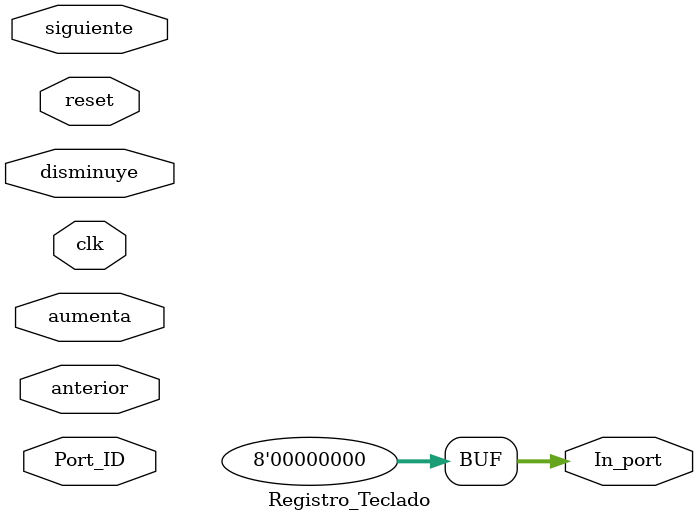
<source format=v>
`timescale 1ns / 1ps

module Registro_Teclado(
    input clk,
    input reset,
    input aumenta,disminuye,siguiente,anterior,
	 input [7:0] Port_ID,
	 output reg [7:0] In_port
    );

always@*begin
	In_port=0;
	case(Port_ID)
		8'h03 : begin
					 if(aumenta)begin In_Port=8'h4;end
					 else begin In_Port=8'd0; end
				  end
		8'h04 : begin
					 if(disminuye)begin In_Port=8'h5;end
					 else begin In_Port=8'd0; end
				  end
		8'h05 : begin
					 if(siguiente)begin In_Port=8'h6;end
					 else begin In_Port=8'd0; end
				  end
		8'h06 : begin
					 if(anterior)begin In_Port=8'h7;end
					 else begin In_Port=8'd0; end
				  end
	endcase
end
endmodule

</source>
